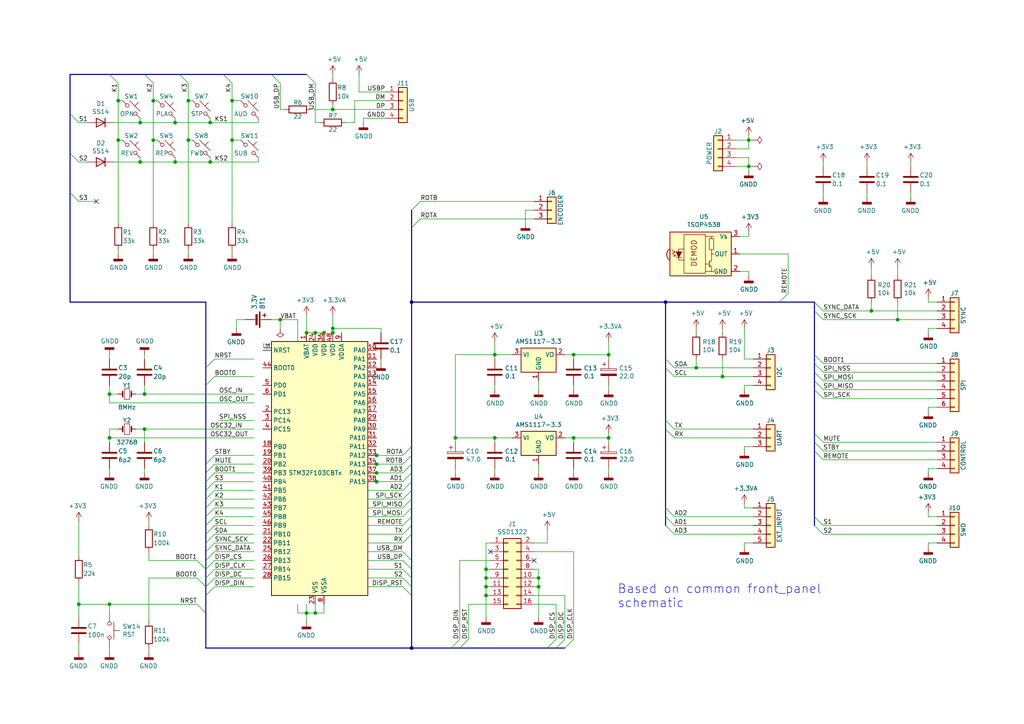
<source format=kicad_sch>
(kicad_sch (version 20230121) (generator eeschema)
  (paper "A4")
  (junction (at 41.91 114.3))
  (junction (at 50.8 35.56))
  (junction (at 140.97 172.72))
  (junction (at 109.22 134.62))
  (junction (at 109.22 137.16))
  (junction (at 40.64 35.56))
  (junction (at 140.97 170.18))
  (junction (at 252.73 90.17))
  (junction (at 156.21 170.18))
  (junction (at 88.9 96.52))
  (junction (at 166.37 127))
  (junction (at 60.96 35.56))
  (junction (at 60.96 46.99))
  (junction (at 40.64 46.99))
  (junction (at 44.45 40.64))
  (junction (at 31.75 114.3))
  (junction (at 201.93 106.68))
  (junction (at 119.38 87.63))
  (junction (at 54.61 40.64))
  (junction (at 54.61 29.21))
  (junction (at 44.45 29.21))
  (junction (at 156.21 167.64))
  (junction (at 260.35 92.71))
  (junction (at 166.37 102.87))
  (junction (at 34.29 40.64))
  (junction (at 209.55 109.22))
  (junction (at 31.75 175.26))
  (junction (at 143.51 102.87))
  (junction (at 217.17 40.64))
  (junction (at 140.97 165.1))
  (junction (at 96.52 95.25))
  (junction (at 50.8 46.99))
  (junction (at 217.17 48.26))
  (junction (at 109.22 132.08))
  (junction (at 81.28 92.71))
  (junction (at 96.52 96.52))
  (junction (at 41.91 124.46))
  (junction (at 91.44 177.8))
  (junction (at 91.44 96.52))
  (junction (at 140.97 167.64))
  (junction (at 176.53 102.87))
  (junction (at 22.86 175.26))
  (junction (at 67.31 40.64))
  (junction (at 31.75 127))
  (junction (at 193.04 87.63))
  (junction (at 143.51 127))
  (junction (at 93.98 96.52))
  (junction (at 176.53 127))
  (junction (at 132.08 127))
  (junction (at 88.9 177.8))
  (junction (at 96.52 31.75))
  (junction (at 109.22 139.7))
  (junction (at 34.29 29.21))
  (junction (at 119.38 187.96))
  (junction (at 67.31 29.21))
  (no_connect (at 142.24 160.02))
  (no_connect (at 154.94 162.56))
  (no_connect (at 27.94 58.42))
  (bus_entry (at 59.69 157.48) (size 2.54 -2.54))
  (bus_entry (at 62.23 147.32) (size -2.54 2.54))
  (bus_entry (at 158.75 187.96) (size 2.54 -2.54))
  (bus_entry (at 163.83 187.96) (size 2.54 -2.54))
  (bus_entry (at 193.04 124.46) (size 2.54 2.54))
  (bus_entry (at 116.84 134.62) (size 2.54 -2.54))
  (bus_entry (at 62.23 149.86) (size -2.54 2.54))
  (bus_entry (at 116.84 137.16) (size 2.54 -2.54))
  (bus_entry (at 116.84 142.24) (size 2.54 -2.54))
  (bus_entry (at 116.84 170.18) (size 2.54 2.54))
  (bus_entry (at 130.81 187.96) (size 2.54 -2.54))
  (bus_entry (at 59.69 137.16) (size 2.54 -2.54))
  (bus_entry (at 193.04 149.86) (size 2.54 2.54))
  (bus_entry (at 116.84 147.32) (size 2.54 -2.54))
  (bus_entry (at 116.84 139.7) (size 2.54 -2.54))
  (bus_entry (at 62.23 139.7) (size -2.54 2.54))
  (bus_entry (at 64.77 21.59) (size 2.54 2.54))
  (bus_entry (at 20.32 55.88) (size 2.54 2.54))
  (bus_entry (at 20.32 33.02) (size 2.54 2.54))
  (bus_entry (at 236.22 87.63) (size 2.54 2.54))
  (bus_entry (at 62.23 142.24) (size -2.54 2.54))
  (bus_entry (at 116.84 165.1) (size 2.54 2.54))
  (bus_entry (at 193.04 147.32) (size 2.54 2.54))
  (bus_entry (at 236.22 128.27) (size 2.54 2.54))
  (bus_entry (at 57.15 162.56) (size 2.54 2.54))
  (bus_entry (at 116.84 149.86) (size 2.54 -2.54))
  (bus_entry (at 116.84 132.08) (size 2.54 -2.54))
  (bus_entry (at 41.91 21.59) (size 2.54 2.54))
  (bus_entry (at 193.04 121.92) (size 2.54 2.54))
  (bus_entry (at 62.23 137.16) (size -2.54 2.54))
  (bus_entry (at 236.22 102.87) (size 2.54 2.54))
  (bus_entry (at 57.15 167.64) (size 2.54 2.54))
  (bus_entry (at 236.22 152.4) (size 2.54 2.54))
  (bus_entry (at 236.22 110.49) (size 2.54 2.54))
  (bus_entry (at 59.69 160.02) (size 2.54 -2.54))
  (bus_entry (at 62.23 104.14) (size -2.54 2.54))
  (bus_entry (at 193.04 152.4) (size 2.54 2.54))
  (bus_entry (at 57.15 175.26) (size 2.54 2.54))
  (bus_entry (at 62.23 109.22) (size -2.54 2.54))
  (bus_entry (at 236.22 105.41) (size 2.54 2.54))
  (bus_entry (at 88.9 21.59) (size 2.54 2.54))
  (bus_entry (at 119.38 60.96) (size 2.54 -2.54))
  (bus_entry (at 20.32 44.45) (size 2.54 2.54))
  (bus_entry (at 59.69 162.56) (size 2.54 -2.54))
  (bus_entry (at 59.69 172.72) (size 2.54 -2.54))
  (bus_entry (at 116.84 160.02) (size 2.54 2.54))
  (bus_entry (at 193.04 106.68) (size 2.54 2.54))
  (bus_entry (at 59.69 165.1) (size 2.54 -2.54))
  (bus_entry (at 236.22 125.73) (size 2.54 2.54))
  (bus_entry (at 226.06 87.63) (size 2.54 -2.54))
  (bus_entry (at 116.84 154.94) (size 2.54 -2.54))
  (bus_entry (at 31.75 21.59) (size 2.54 2.54))
  (bus_entry (at 119.38 66.04) (size 2.54 -2.54))
  (bus_entry (at 116.84 144.78) (size 2.54 -2.54))
  (bus_entry (at 236.22 130.81) (size 2.54 2.54))
  (bus_entry (at 62.23 144.78) (size -2.54 2.54))
  (bus_entry (at 59.69 167.64) (size 2.54 -2.54))
  (bus_entry (at 116.84 162.56) (size 2.54 2.54))
  (bus_entry (at 236.22 149.86) (size 2.54 2.54))
  (bus_entry (at 236.22 90.17) (size 2.54 2.54))
  (bus_entry (at 59.69 134.62) (size 2.54 -2.54))
  (bus_entry (at 59.69 154.94) (size 2.54 -2.54))
  (bus_entry (at 133.35 187.96) (size 2.54 -2.54))
  (bus_entry (at 59.69 170.18) (size 2.54 -2.54))
  (bus_entry (at 78.74 21.59) (size 2.54 2.54))
  (bus_entry (at 236.22 107.95) (size 2.54 2.54))
  (bus_entry (at 236.22 113.03) (size 2.54 2.54))
  (bus_entry (at 193.04 104.14) (size 2.54 2.54))
  (bus_entry (at 116.84 157.48) (size 2.54 -2.54))
  (bus_entry (at 52.07 21.59) (size 2.54 2.54))
  (bus_entry (at 116.84 167.64) (size 2.54 2.54))
  (bus_entry (at 116.84 152.4) (size 2.54 -2.54))
  (bus_entry (at 161.29 187.96) (size 2.54 -2.54))
  (wire (pts (xy 73.66 109.22) (xy 62.23 109.22)))
  (wire (pts (xy 143.51 135.89) (xy 143.51 137.16)))
  (wire (pts (xy 34.29 40.64) (xy 34.29 64.77)))
  (bus (pts (xy 59.69 170.18) (xy 59.69 172.72)))
  (bus (pts (xy 193.04 87.63) (xy 226.06 87.63)))
  (wire (pts (xy 116.84 132.08) (xy 109.22 132.08)))
  (bus (pts (xy 59.69 187.96) (xy 119.38 187.96)))
  (wire (pts (xy 132.08 127) (xy 132.08 128.27)))
  (bus (pts (xy 236.22 105.41) (xy 236.22 107.95)))
  (wire (pts (xy 60.96 46.99) (xy 74.93 46.99)))
  (wire (pts (xy 166.37 111.76) (xy 166.37 113.03)))
  (wire (pts (xy 31.75 116.84) (xy 31.75 114.3)))
  (wire (pts (xy 41.91 102.87) (xy 41.91 104.14)))
  (wire (pts (xy 54.61 72.39) (xy 54.61 73.66)))
  (wire (pts (xy 156.21 134.62) (xy 156.21 137.16)))
  (bus (pts (xy 119.38 134.62) (xy 119.38 137.16)))
  (wire (pts (xy 40.64 45.72) (xy 40.64 46.99)))
  (wire (pts (xy 22.86 58.42) (xy 27.94 58.42)))
  (wire (pts (xy 143.51 127) (xy 132.08 127)))
  (bus (pts (xy 236.22 87.63) (xy 236.22 90.17)))
  (bus (pts (xy 59.69 160.02) (xy 59.69 162.56)))
  (wire (pts (xy 44.45 24.13) (xy 44.45 29.21)))
  (wire (pts (xy 154.94 175.26) (xy 161.29 175.26)))
  (bus (pts (xy 119.38 139.7) (xy 119.38 142.24)))
  (wire (pts (xy 195.58 106.68) (xy 201.93 106.68)))
  (wire (pts (xy 22.86 168.91) (xy 22.86 175.26)))
  (wire (pts (xy 264.16 46.99) (xy 264.16 48.26)))
  (wire (pts (xy 57.15 167.64) (xy 43.18 167.64)))
  (wire (pts (xy 55.88 29.21) (xy 54.61 29.21)))
  (wire (pts (xy 238.76 92.71) (xy 260.35 92.71)))
  (wire (pts (xy 86.36 177.8) (xy 86.36 175.26)))
  (wire (pts (xy 238.76 46.99) (xy 238.76 48.26)))
  (wire (pts (xy 217.17 48.26) (xy 217.17 49.53)))
  (wire (pts (xy 35.56 40.64) (xy 34.29 40.64)))
  (wire (pts (xy 217.17 43.18) (xy 217.17 40.64)))
  (wire (pts (xy 209.55 104.14) (xy 209.55 109.22)))
  (wire (pts (xy 132.08 127) (xy 132.08 102.87)))
  (wire (pts (xy 78.74 92.71) (xy 81.28 92.71)))
  (wire (pts (xy 88.9 96.52) (xy 88.9 99.06)))
  (bus (pts (xy 119.38 87.63) (xy 193.04 87.63)))
  (wire (pts (xy 96.52 91.44) (xy 96.52 95.25)))
  (bus (pts (xy 119.38 152.4) (xy 119.38 154.94)))
  (wire (pts (xy 166.37 127) (xy 176.53 127)))
  (wire (pts (xy 271.78 135.89) (xy 269.24 135.89)))
  (wire (pts (xy 81.28 24.13) (xy 81.28 31.75)))
  (wire (pts (xy 176.53 135.89) (xy 176.53 137.16)))
  (wire (pts (xy 44.45 29.21) (xy 44.45 40.64)))
  (wire (pts (xy 73.66 149.86) (xy 62.23 149.86)))
  (wire (pts (xy 217.17 78.74) (xy 214.63 78.74)))
  (wire (pts (xy 154.94 167.64) (xy 156.21 167.64)))
  (wire (pts (xy 45.72 29.21) (xy 44.45 29.21)))
  (wire (pts (xy 140.97 170.18) (xy 140.97 167.64)))
  (wire (pts (xy 105.41 34.29) (xy 105.41 35.56)))
  (wire (pts (xy 121.92 63.5) (xy 154.94 63.5)))
  (wire (pts (xy 238.76 110.49) (xy 271.78 110.49)))
  (wire (pts (xy 88.9 177.8) (xy 86.36 177.8)))
  (bus (pts (xy 119.38 87.63) (xy 119.38 129.54)))
  (wire (pts (xy 163.83 127) (xy 166.37 127)))
  (wire (pts (xy 102.87 35.56) (xy 102.87 29.21)))
  (bus (pts (xy 59.69 111.76) (xy 59.69 134.62)))
  (bus (pts (xy 59.69 167.64) (xy 59.69 170.18)))
  (wire (pts (xy 111.76 26.67) (xy 104.14 26.67)))
  (bus (pts (xy 236.22 107.95) (xy 236.22 110.49)))
  (bus (pts (xy 59.69 147.32) (xy 59.69 149.86)))
  (wire (pts (xy 73.66 157.48) (xy 62.23 157.48)))
  (wire (pts (xy 73.66 137.16) (xy 62.23 137.16)))
  (wire (pts (xy 264.16 57.15) (xy 264.16 55.88)))
  (wire (pts (xy 217.17 40.64) (xy 218.44 40.64)))
  (wire (pts (xy 86.36 99.06) (xy 86.36 92.71)))
  (wire (pts (xy 22.86 175.26) (xy 31.75 175.26)))
  (bus (pts (xy 193.04 87.63) (xy 193.04 104.14)))
  (wire (pts (xy 116.84 170.18) (xy 106.68 170.18)))
  (bus (pts (xy 119.38 187.96) (xy 130.81 187.96)))
  (wire (pts (xy 176.53 99.06) (xy 176.53 102.87)))
  (wire (pts (xy 44.45 40.64) (xy 44.45 64.77)))
  (wire (pts (xy 96.52 95.25) (xy 96.52 96.52)))
  (wire (pts (xy 176.53 125.73) (xy 176.53 127)))
  (wire (pts (xy 215.9 129.54) (xy 215.9 130.81)))
  (wire (pts (xy 60.96 35.56) (xy 74.93 35.56)))
  (wire (pts (xy 195.58 127) (xy 218.44 127)))
  (wire (pts (xy 34.29 124.46) (xy 31.75 124.46)))
  (wire (pts (xy 218.44 157.48) (xy 215.9 157.48)))
  (wire (pts (xy 41.91 128.27) (xy 41.91 124.46)))
  (wire (pts (xy 41.91 114.3) (xy 41.91 111.76)))
  (wire (pts (xy 67.31 40.64) (xy 67.31 64.77)))
  (wire (pts (xy 31.75 116.84) (xy 73.66 116.84)))
  (wire (pts (xy 215.9 147.32) (xy 215.9 146.05)))
  (wire (pts (xy 271.78 113.03) (xy 238.76 113.03)))
  (wire (pts (xy 67.31 29.21) (xy 67.31 24.13)))
  (wire (pts (xy 57.15 175.26) (xy 31.75 175.26)))
  (wire (pts (xy 140.97 172.72) (xy 140.97 170.18)))
  (wire (pts (xy 133.35 162.56) (xy 142.24 162.56)))
  (bus (pts (xy 119.38 172.72) (xy 119.38 187.96)))
  (bus (pts (xy 52.07 21.59) (xy 64.77 21.59)))
  (wire (pts (xy 116.84 154.94) (xy 106.68 154.94)))
  (wire (pts (xy 116.84 162.56) (xy 106.68 162.56)))
  (wire (pts (xy 73.66 165.1) (xy 62.23 165.1)))
  (wire (pts (xy 271.78 130.81) (xy 238.76 130.81)))
  (bus (pts (xy 193.04 124.46) (xy 193.04 147.32)))
  (bus (pts (xy 193.04 106.68) (xy 193.04 121.92)))
  (wire (pts (xy 142.24 167.64) (xy 140.97 167.64)))
  (wire (pts (xy 35.56 29.21) (xy 34.29 29.21)))
  (wire (pts (xy 106.68 152.4) (xy 116.84 152.4)))
  (wire (pts (xy 269.24 118.11) (xy 269.24 119.38)))
  (wire (pts (xy 252.73 77.47) (xy 252.73 80.01)))
  (bus (pts (xy 20.32 21.59) (xy 20.32 33.02)))
  (wire (pts (xy 176.53 127) (xy 176.53 128.27)))
  (wire (pts (xy 116.84 165.1) (xy 106.68 165.1)))
  (wire (pts (xy 96.52 30.48) (xy 96.52 31.75)))
  (wire (pts (xy 116.84 149.86) (xy 106.68 149.86)))
  (wire (pts (xy 22.86 189.23) (xy 22.86 186.69)))
  (wire (pts (xy 73.66 132.08) (xy 62.23 132.08)))
  (wire (pts (xy 68.58 92.71) (xy 71.12 92.71)))
  (wire (pts (xy 34.29 72.39) (xy 34.29 73.66)))
  (wire (pts (xy 109.22 134.62) (xy 106.68 134.62)))
  (wire (pts (xy 214.63 73.66) (xy 228.6 73.66)))
  (wire (pts (xy 43.18 167.64) (xy 43.18 180.34)))
  (wire (pts (xy 269.24 135.89) (xy 269.24 137.16)))
  (wire (pts (xy 104.14 26.67) (xy 104.14 21.59)))
  (wire (pts (xy 143.51 102.87) (xy 148.59 102.87)))
  (wire (pts (xy 195.58 149.86) (xy 218.44 149.86)))
  (bus (pts (xy 119.38 137.16) (xy 119.38 139.7)))
  (wire (pts (xy 140.97 179.07) (xy 140.97 172.72)))
  (wire (pts (xy 93.98 175.26) (xy 93.98 177.8)))
  (wire (pts (xy 154.94 170.18) (xy 156.21 170.18)))
  (wire (pts (xy 31.75 127) (xy 73.66 127)))
  (wire (pts (xy 269.24 87.63) (xy 269.24 86.36)))
  (wire (pts (xy 238.76 57.15) (xy 238.76 55.88)))
  (wire (pts (xy 271.78 157.48) (xy 269.24 157.48)))
  (wire (pts (xy 50.8 34.29) (xy 50.8 35.56)))
  (wire (pts (xy 96.52 21.59) (xy 96.52 22.86)))
  (wire (pts (xy 67.31 40.64) (xy 67.31 29.21)))
  (bus (pts (xy 119.38 132.08) (xy 119.38 134.62)))
  (bus (pts (xy 119.38 60.96) (xy 119.38 66.04)))
  (wire (pts (xy 91.44 175.26) (xy 91.44 177.8)))
  (bus (pts (xy 226.06 87.63) (xy 236.22 87.63)))
  (wire (pts (xy 88.9 91.44) (xy 88.9 96.52)))
  (wire (pts (xy 271.78 152.4) (xy 238.76 152.4)))
  (bus (pts (xy 64.77 21.59) (xy 78.74 21.59)))
  (wire (pts (xy 67.31 73.66) (xy 67.31 72.39)))
  (wire (pts (xy 251.46 57.15) (xy 251.46 55.88)))
  (wire (pts (xy 31.75 189.23) (xy 31.75 187.96)))
  (bus (pts (xy 130.81 187.96) (xy 133.35 187.96)))
  (wire (pts (xy 91.44 177.8) (xy 88.9 177.8)))
  (wire (pts (xy 215.9 104.14) (xy 215.9 95.25)))
  (bus (pts (xy 59.69 165.1) (xy 59.69 167.64)))
  (bus (pts (xy 133.35 187.96) (xy 158.75 187.96)))
  (wire (pts (xy 54.61 29.21) (xy 54.61 24.13)))
  (wire (pts (xy 271.78 133.35) (xy 238.76 133.35)))
  (wire (pts (xy 156.21 170.18) (xy 156.21 179.07)))
  (wire (pts (xy 106.68 142.24) (xy 116.84 142.24)))
  (bus (pts (xy 59.69 172.72) (xy 59.69 177.8)))
  (wire (pts (xy 213.36 48.26) (xy 217.17 48.26)))
  (wire (pts (xy 238.76 107.95) (xy 271.78 107.95)))
  (bus (pts (xy 119.38 144.78) (xy 119.38 147.32)))
  (wire (pts (xy 22.86 151.13) (xy 22.86 161.29)))
  (wire (pts (xy 39.37 124.46) (xy 41.91 124.46)))
  (wire (pts (xy 252.73 87.63) (xy 252.73 90.17)))
  (wire (pts (xy 166.37 160.02) (xy 166.37 185.42)))
  (wire (pts (xy 73.66 152.4) (xy 62.23 152.4)))
  (wire (pts (xy 201.93 95.25) (xy 201.93 96.52)))
  (wire (pts (xy 121.92 58.42) (xy 154.94 58.42)))
  (bus (pts (xy 119.38 129.54) (xy 119.38 132.08)))
  (wire (pts (xy 260.35 92.71) (xy 271.78 92.71)))
  (wire (pts (xy 22.86 179.07) (xy 22.86 175.26)))
  (bus (pts (xy 20.32 21.59) (xy 31.75 21.59)))
  (wire (pts (xy 73.66 139.7) (xy 62.23 139.7)))
  (wire (pts (xy 166.37 135.89) (xy 166.37 137.16)))
  (wire (pts (xy 74.93 34.29) (xy 74.93 35.56)))
  (bus (pts (xy 119.38 170.18) (xy 119.38 172.72)))
  (wire (pts (xy 25.4 35.56) (xy 22.86 35.56)))
  (wire (pts (xy 132.08 102.87) (xy 143.51 102.87)))
  (bus (pts (xy 59.69 137.16) (xy 59.69 139.7)))
  (bus (pts (xy 236.22 102.87) (xy 236.22 105.41)))
  (wire (pts (xy 143.51 99.06) (xy 143.51 102.87)))
  (wire (pts (xy 93.98 96.52) (xy 91.44 96.52)))
  (wire (pts (xy 228.6 73.66) (xy 228.6 85.09)))
  (wire (pts (xy 156.21 167.64) (xy 156.21 170.18)))
  (wire (pts (xy 106.68 137.16) (xy 109.22 137.16)))
  (wire (pts (xy 271.78 149.86) (xy 269.24 149.86)))
  (wire (pts (xy 91.44 24.13) (xy 91.44 35.56)))
  (wire (pts (xy 106.68 139.7) (xy 109.22 139.7)))
  (wire (pts (xy 110.49 95.25) (xy 96.52 95.25)))
  (bus (pts (xy 161.29 187.96) (xy 163.83 187.96)))
  (wire (pts (xy 63.5 121.92) (xy 73.66 121.92)))
  (wire (pts (xy 73.66 134.62) (xy 62.23 134.62)))
  (wire (pts (xy 218.44 129.54) (xy 215.9 129.54)))
  (wire (pts (xy 116.84 160.02) (xy 106.68 160.02)))
  (bus (pts (xy 59.69 87.63) (xy 20.32 87.63)))
  (bus (pts (xy 236.22 113.03) (xy 236.22 125.73)))
  (wire (pts (xy 90.17 31.75) (xy 96.52 31.75)))
  (bus (pts (xy 193.04 121.92) (xy 193.04 124.46)))
  (bus (pts (xy 236.22 125.73) (xy 236.22 128.27)))
  (bus (pts (xy 193.04 104.14) (xy 193.04 106.68)))
  (wire (pts (xy 166.37 104.14) (xy 166.37 102.87)))
  (wire (pts (xy 215.9 157.48) (xy 215.9 158.75)))
  (wire (pts (xy 201.93 104.14) (xy 201.93 106.68)))
  (bus (pts (xy 20.32 55.88) (xy 20.32 87.63)))
  (wire (pts (xy 209.55 109.22) (xy 218.44 109.22)))
  (wire (pts (xy 109.22 132.08) (xy 106.68 132.08)))
  (wire (pts (xy 143.51 128.27) (xy 143.51 127)))
  (wire (pts (xy 43.18 189.23) (xy 43.18 187.96)))
  (wire (pts (xy 217.17 45.72) (xy 217.17 48.26)))
  (wire (pts (xy 68.58 95.25) (xy 68.58 92.71)))
  (wire (pts (xy 33.02 46.99) (xy 40.64 46.99)))
  (bus (pts (xy 59.69 162.56) (xy 59.69 165.1)))
  (wire (pts (xy 31.75 124.46) (xy 31.75 127)))
  (wire (pts (xy 31.75 127) (xy 31.75 128.27)))
  (wire (pts (xy 260.35 77.47) (xy 260.35 80.01)))
  (bus (pts (xy 59.69 106.68) (xy 59.69 111.76)))
  (wire (pts (xy 135.89 175.26) (xy 135.89 185.42)))
  (wire (pts (xy 73.66 104.14) (xy 62.23 104.14)))
  (wire (pts (xy 140.97 165.1) (xy 140.97 157.48)))
  (wire (pts (xy 156.21 110.49) (xy 156.21 113.03)))
  (wire (pts (xy 40.64 34.29) (xy 40.64 35.56)))
  (wire (pts (xy 116.84 147.32) (xy 106.68 147.32)))
  (wire (pts (xy 154.94 60.96) (xy 152.4 60.96)))
  (wire (pts (xy 116.84 167.64) (xy 106.68 167.64)))
  (wire (pts (xy 96.52 96.52) (xy 96.52 99.06)))
  (bus (pts (xy 59.69 144.78) (xy 59.69 147.32)))
  (wire (pts (xy 111.76 34.29) (xy 105.41 34.29)))
  (wire (pts (xy 57.15 162.56) (xy 43.18 162.56)))
  (wire (pts (xy 156.21 165.1) (xy 156.21 167.64)))
  (bus (pts (xy 59.69 157.48) (xy 59.69 160.02)))
  (bus (pts (xy 119.38 162.56) (xy 119.38 165.1)))
  (wire (pts (xy 158.75 157.48) (xy 158.75 153.67)))
  (bus (pts (xy 119.38 165.1) (xy 119.38 167.64)))
  (wire (pts (xy 109.22 137.16) (xy 116.84 137.16)))
  (wire (pts (xy 154.94 165.1) (xy 156.21 165.1)))
  (wire (pts (xy 161.29 175.26) (xy 161.29 185.42)))
  (wire (pts (xy 73.66 144.78) (xy 62.23 144.78)))
  (wire (pts (xy 109.22 139.7) (xy 116.84 139.7)))
  (wire (pts (xy 92.71 35.56) (xy 91.44 35.56)))
  (wire (pts (xy 251.46 46.99) (xy 251.46 48.26)))
  (wire (pts (xy 271.78 105.41) (xy 238.76 105.41)))
  (wire (pts (xy 154.94 172.72) (xy 163.83 172.72)))
  (wire (pts (xy 154.94 157.48) (xy 158.75 157.48)))
  (bus (pts (xy 236.22 110.49) (xy 236.22 113.03)))
  (bus (pts (xy 119.38 66.04) (xy 119.38 87.63)))
  (bus (pts (xy 59.69 177.8) (xy 59.69 187.96)))
  (wire (pts (xy 67.31 40.64) (xy 69.85 40.64)))
  (wire (pts (xy 238.76 90.17) (xy 252.73 90.17)))
  (wire (pts (xy 88.9 180.34) (xy 88.9 177.8)))
  (wire (pts (xy 110.49 105.41) (xy 110.49 104.14)))
  (wire (pts (xy 88.9 175.26) (xy 88.9 177.8)))
  (wire (pts (xy 55.88 40.64) (xy 54.61 40.64)))
  (bus (pts (xy 119.38 154.94) (xy 119.38 162.56)))
  (bus (pts (xy 59.69 87.63) (xy 59.69 106.68)))
  (bus (pts (xy 193.04 147.32) (xy 193.04 149.86)))
  (bus (pts (xy 41.91 21.59) (xy 52.07 21.59)))
  (wire (pts (xy 54.61 40.64) (xy 54.61 29.21)))
  (bus (pts (xy 158.75 187.96) (xy 161.29 187.96)))
  (wire (pts (xy 31.75 114.3) (xy 31.75 111.76)))
  (wire (pts (xy 45.72 40.64) (xy 44.45 40.64)))
  (wire (pts (xy 34.29 29.21) (xy 34.29 40.64)))
  (wire (pts (xy 54.61 40.64) (xy 54.61 64.77)))
  (wire (pts (xy 271.78 95.25) (xy 269.24 95.25)))
  (wire (pts (xy 62.23 147.32) (xy 73.66 147.32)))
  (wire (pts (xy 60.96 34.29) (xy 60.96 35.56)))
  (bus (pts (xy 119.38 167.64) (xy 119.38 170.18)))
  (wire (pts (xy 39.37 114.3) (xy 41.91 114.3)))
  (wire (pts (xy 260.35 87.63) (xy 260.35 92.71)))
  (wire (pts (xy 195.58 109.22) (xy 209.55 109.22)))
  (wire (pts (xy 218.44 104.14) (xy 215.9 104.14)))
  (bus (pts (xy 119.38 142.24) (xy 119.38 144.78)))
  (wire (pts (xy 143.51 102.87) (xy 143.51 104.14)))
  (wire (pts (xy 34.29 24.13) (xy 34.29 29.21)))
  (wire (pts (xy 102.87 29.21) (xy 111.76 29.21)))
  (wire (pts (xy 50.8 46.99) (xy 60.96 46.99)))
  (wire (pts (xy 142.24 165.1) (xy 140.97 165.1)))
  (wire (pts (xy 271.78 115.57) (xy 238.76 115.57)))
  (wire (pts (xy 81.28 95.25) (xy 81.28 92.71)))
  (bus (pts (xy 119.38 149.86) (xy 119.38 152.4)))
  (wire (pts (xy 133.35 162.56) (xy 133.35 185.42)))
  (bus (pts (xy 20.32 44.45) (xy 20.32 55.88)))
  (wire (pts (xy 269.24 95.25) (xy 269.24 96.52)))
  (bus (pts (xy 236.22 90.17) (xy 236.22 102.87)))
  (wire (pts (xy 140.97 167.64) (xy 140.97 165.1)))
  (bus (pts (xy 236.22 130.81) (xy 236.22 149.86)))
  (wire (pts (xy 74.93 45.72) (xy 74.93 46.99)))
  (wire (pts (xy 93.98 177.8) (xy 91.44 177.8)))
  (bus (pts (xy 236.22 128.27) (xy 236.22 130.81)))
  (wire (pts (xy 142.24 157.48) (xy 140.97 157.48)))
  (wire (pts (xy 217.17 68.58) (xy 217.17 67.31)))
  (wire (pts (xy 43.18 151.13) (xy 43.18 152.4)))
  (wire (pts (xy 81.28 92.71) (xy 86.36 92.71)))
  (wire (pts (xy 195.58 124.46) (xy 218.44 124.46)))
  (wire (pts (xy 176.53 111.76) (xy 176.53 113.03)))
  (wire (pts (xy 116.84 157.48) (xy 106.68 157.48)))
  (wire (pts (xy 67.31 29.21) (xy 69.85 29.21)))
  (wire (pts (xy 195.58 154.94) (xy 218.44 154.94)))
  (wire (pts (xy 116.84 134.62) (xy 109.22 134.62)))
  (bus (pts (xy 78.74 21.59) (xy 88.9 21.59)))
  (wire (pts (xy 40.64 46.99) (xy 50.8 46.99)))
  (wire (pts (xy 31.75 135.89) (xy 31.75 137.16)))
  (wire (pts (xy 73.66 154.94) (xy 62.23 154.94)))
  (bus (pts (xy 59.69 152.4) (xy 59.69 154.94)))
  (wire (pts (xy 143.51 127) (xy 148.59 127)))
  (wire (pts (xy 96.52 31.75) (xy 111.76 31.75)))
  (wire (pts (xy 40.64 35.56) (xy 50.8 35.56)))
  (wire (pts (xy 22.86 46.99) (xy 25.4 46.99)))
  (bus (pts (xy 59.69 149.86) (xy 59.69 152.4)))
  (wire (pts (xy 195.58 152.4) (xy 218.44 152.4)))
  (bus (pts (xy 193.04 149.86) (xy 193.04 152.4)))
  (wire (pts (xy 50.8 45.72) (xy 50.8 46.99)))
  (wire (pts (xy 44.45 72.39) (xy 44.45 73.66)))
  (wire (pts (xy 91.44 96.52) (xy 88.9 96.52)))
  (wire (pts (xy 213.36 40.64) (xy 217.17 40.64)))
  (bus (pts (xy 236.22 149.86) (xy 236.22 152.4)))
  (wire (pts (xy 271.78 87.63) (xy 269.24 87.63)))
  (wire (pts (xy 33.02 35.56) (xy 40.64 35.56)))
  (bus (pts (xy 119.38 147.32) (xy 119.38 149.86)))
  (wire (pts (xy 73.66 167.64) (xy 62.23 167.64)))
  (wire (pts (xy 43.18 162.56) (xy 43.18 160.02)))
  (wire (pts (xy 218.44 111.76) (xy 215.9 111.76)))
  (bus (pts (xy 20.32 33.02) (xy 20.32 44.45)))
  (wire (pts (xy 142.24 170.18) (xy 140.97 170.18)))
  (wire (pts (xy 215.9 111.76) (xy 215.9 113.03)))
  (wire (pts (xy 41.91 124.46) (xy 73.66 124.46)))
  (bus (pts (xy 59.69 154.94) (xy 59.69 157.48)))
  (wire (pts (xy 142.24 172.72) (xy 140.97 172.72)))
  (wire (pts (xy 217.17 80.01) (xy 217.17 78.74)))
  (wire (pts (xy 143.51 113.03) (xy 143.51 111.76)))
  (wire (pts (xy 213.36 43.18) (xy 217.17 43.18)))
  (wire (pts (xy 214.63 68.58) (xy 217.17 68.58)))
  (wire (pts (xy 271.78 128.27) (xy 238.76 128.27)))
  (wire (pts (xy 116.84 144.78) (xy 106.68 144.78)))
  (wire (pts (xy 252.73 90.17) (xy 271.78 90.17)))
  (wire (pts (xy 269.24 157.48) (xy 269.24 158.75)))
  (wire (pts (xy 176.53 102.87) (xy 176.53 104.14)))
  (wire (pts (xy 201.93 106.68) (xy 218.44 106.68)))
  (bus (pts (xy 31.75 21.59) (xy 41.91 21.59)))
  (wire (pts (xy 41.91 114.3) (xy 73.66 114.3)))
  (wire (pts (xy 217.17 40.64) (xy 217.17 39.37)))
  (wire (pts (xy 100.33 35.56) (xy 102.87 35.56)))
  (wire (pts (xy 166.37 102.87) (xy 176.53 102.87)))
  (wire (pts (xy 73.66 162.56) (xy 62.23 162.56)))
  (bus (pts (xy 59.69 139.7) (xy 59.69 142.24)))
  (wire (pts (xy 271.78 154.94) (xy 238.76 154.94)))
  (wire (pts (xy 91.44 99.06) (xy 91.44 96.52)))
  (wire (pts (xy 50.8 35.56) (xy 60.96 35.56)))
  (wire (pts (xy 73.66 170.18) (xy 62.23 170.18)))
  (wire (pts (xy 62.23 142.24) (xy 73.66 142.24)))
  (wire (pts (xy 154.94 160.02) (xy 166.37 160.02)))
  (wire (pts (xy 34.29 114.3) (xy 31.75 114.3)))
  (wire (pts (xy 82.55 31.75) (xy 81.28 31.75)))
  (bus (pts (xy 59.69 142.24) (xy 59.69 144.78)))
  (wire (pts (xy 269.24 149.86) (xy 269.24 148.59)))
  (wire (pts (xy 152.4 60.96) (xy 152.4 64.77)))
  (wire (pts (xy 110.49 96.52) (xy 110.49 95.25)))
  (wire (pts (xy 163.83 172.72) (xy 163.83 185.42)))
  (wire (pts (xy 271.78 118.11) (xy 269.24 118.11)))
  (wire (pts (xy 213.36 45.72) (xy 217.17 45.72)))
  (wire (pts (xy 218.44 147.32) (xy 215.9 147.32)))
  (bus (pts (xy 59.69 134.62) (xy 59.69 137.16)))
  (wire (pts (xy 31.75 102.87) (xy 31.75 104.14)))
  (wire (pts (xy 166.37 128.27) (xy 166.37 127)))
  (wire (pts (xy 60.96 45.72) (xy 60.96 46.99)))
  (wire (pts (xy 132.08 135.89) (xy 132.08 137.16)))
  (wire (pts (xy 93.98 99.06) (xy 93.98 96.52)))
  (wire (pts (xy 163.83 102.87) (xy 166.37 102.87)))
  (wire (pts (xy 217.17 48.26) (xy 218.44 48.26)))
  (wire (pts (xy 209.55 95.25) (xy 209.55 96.52)))
  (wire (pts (xy 31.75 177.8) (xy 31.75 175.26)))
  (wire (pts (xy 73.66 160.02) (xy 62.23 160.02)))
  (wire (pts (xy 41.91 137.16) (xy 41.91 135.89)))
  (wire (pts (xy 135.89 175.26) (xy 142.24 175.26)))
  (text "Based on common front_panel\nschematic" (at 179.07 176.53 0) (effects (font (size 2.54 2.54)) (justify left bottom)))
  (label "SPI_MOSI" (at 116.84 149.86 180))
  (label "K3" (at 62.23 147.32 0))
  (label "BOOT0" (at 57.15 167.64 180))
  (label "SYNC_DATA" (at 62.23 160.02 0))
  (label "S1" (at 238.76 152.4 0))
  (label "ROTA" (at 121.92 63.5 0))
  (label "S1" (at 22.86 35.56 0))
  (label "STBY" (at 238.76 130.81 0))
  (label "SPI_SCK" (at 238.76 115.57 0))
  (label "USB_DM" (at 91.44 24.13 270))
  (label "SDA" (at 195.58 106.68 0))
  (label "DISP_RST" (at 135.89 185.42 90))
  (label "SYNC_SCK" (at 238.76 92.71 0))
  (label "USBP" (at 111.76 26.67 180))
  (label "KS1" (at 62.23 35.56 0))
  (label "BOOT1" (at 57.15 162.56 180))
  (label "AD3" (at 195.58 154.94 0))
  (label "S1" (at 116.84 165.1 180))
  (label "USB_DM" (at 116.84 160.02 180))
  (label "DP" (at 111.76 31.75 180))
  (label "DM" (at 111.76 29.21 180))
  (label "AD1" (at 116.84 139.7 180))
  (label "DISP_DIN" (at 62.23 170.18 0))
  (label "DISP_DC" (at 62.23 167.64 0))
  (label "DISP_DC" (at 163.83 185.42 90))
  (label "USB_DP" (at 116.84 162.56 180))
  (label "DISP_CS" (at 161.29 185.42 90))
  (label "REMOTE" (at 238.76 133.35 0))
  (label "DISP_DIN" (at 133.35 185.42 90))
  (label "TX" (at 195.58 124.46 0))
  (label "REMOTE" (at 228.6 85.09 90))
  (label "K3" (at 54.61 24.13 270))
  (label "OSC32_OUT" (at 60.96 127 0))
  (label "USB_DP" (at 81.28 24.13 270))
  (label "VBAT" (at 81.28 92.71 0))
  (label "S2" (at 22.86 46.99 0))
  (label "K1" (at 62.23 142.24 0))
  (label "SYNC_SCK" (at 62.23 157.48 0))
  (label "MUTE" (at 238.76 128.27 0))
  (label "DISP_RST" (at 116.84 170.18 180))
  (label "SPI_MISO" (at 116.84 147.32 180))
  (label "NRST" (at 57.15 175.26 180))
  (label "K4" (at 62.23 149.86 0))
  (label "BOOT1" (at 238.76 105.41 0))
  (label "RX" (at 195.58 127 0))
  (label "K2" (at 44.45 24.13 270))
  (label "SPI_MISO" (at 238.76 113.03 0))
  (label "K2" (at 62.23 144.78 0))
  (label "RX" (at 116.84 157.48 180))
  (label "S2" (at 116.84 167.64 180))
  (label "SYNC_DATA" (at 238.76 90.17 0))
  (label "GNDD" (at 111.76 34.29 180))
  (label "K4" (at 67.31 24.13 270))
  (label "SDA" (at 62.23 154.94 0))
  (label "AD1" (at 195.58 152.4 0))
  (label "SPI_NSS" (at 238.76 107.95 0))
  (label "ROTA" (at 116.84 132.08 180))
  (label "DISP_CLK" (at 62.23 165.1 0))
  (label "SPI_NSS" (at 63.5 121.92 0))
  (label "NRST" (at 62.23 104.14 0))
  (label "REMOTE" (at 116.84 152.4 180))
  (label "ROTB" (at 116.84 134.62 180))
  (label "AD3" (at 116.84 137.16 180))
  (label "ROTB" (at 121.92 58.42 0))
  (label "SPI_MOSI" (at 238.76 110.49 0))
  (label "DISP_CLK" (at 166.37 185.42 90))
  (label "S3" (at 22.86 58.42 0))
  (label "DISP_CS" (at 62.23 162.56 0))
  (label "SCL" (at 62.23 152.4 0))
  (label "KS2" (at 62.23 46.99 0))
  (label "OSC32_IN" (at 60.96 124.46 0))
  (label "AD2" (at 195.58 149.86 0))
  (label "MUTE" (at 62.23 134.62 0))
  (label "BOOT1" (at 62.23 137.16 0))
  (label "SPI_SCK" (at 116.84 144.78 180))
  (label "SCL" (at 195.58 109.22 0))
  (label "K1" (at 34.29 24.13 270))
  (label "BOOT0" (at 62.23 109.22 0))
  (label "S3" (at 62.23 139.7 0))
  (label "S2" (at 238.76 154.94 0))
  (label "OSC_IN" (at 63.5 114.3 0))
  (label "STBY" (at 62.23 132.08 0))
  (label "TX" (at 116.84 154.94 180))
  (label "AD2" (at 116.84 142.24 180))
  (label "OSC_OUT" (at 63.5 116.84 0))
  (symbol (lib_id "Switch:SW_Push_45deg") (at 72.39 31.75 0) (unit 1)
    (property "Reference" "SW10" (at 72.39 27.94 0))
    (property "Value" "AUD" (at 69.85 33.02 0))
    (property "Footprint" "Button_Switch_THT:SW_PUSH_6mm" (effects hide))
  )
  (symbol (lib_id "Switch:SW_Push_45deg") (at 72.39 43.18 0) (unit 1)
    (property "Reference" "SW11" (at 72.39 39.37 0))
    (property "Value" "SUB" (at 69.85 44.45 0))
    (property "Footprint" "Button_Switch_THT:SW_PUSH_6mm" (effects hide))
  )
  (symbol (lib_id "MCU_ST_STM32F1:STM32F103CBTx") (at 91.44 137.16 0) (unit 1)
    (property "Reference" "U1" (at 77.47 100.33 0))
    (property "Value" "STM32F103CBTx" (at 91.44 137.16 0))
    (property "Footprint" "Package_QFP:LQFP-48_7x7mm_P0.5mm" (effects hide))
    (property "Datasheet" "http://www.st.com/st-web-ui/static/active/en/resource/technical/document/datasheet/DM00058181.pdf" (effects hide))
  )
  (symbol (lib_id "power:PWR_FLAG") (at 218.44 40.64 270) (unit 1)
    (property "Reference" "#FLG0101" (effects hide))
    (property "Value" "PWR_FLAG" (effects hide))
  )
  (symbol (lib_id "Device:R") (at 260.35 83.82 0) (unit 1)
    (property "Reference" "R21" (at 262.128 82.6516 0) (effects (justify left)))
    (property "Value" "10k" (at 262.128 84.963 0) (effects (justify left)))
    (property "Footprint" "Resistor_SMD:R_1206_3216Metric_Pad1.30x1.75mm_HandSolder" (effects hide))
  )
  (symbol (lib_id "power:PWR_FLAG") (at 218.44 48.26 270) (unit 1)
    (property "Reference" "#FLG0102" (effects hide))
    (property "Value" "PWR_FLAG" (effects hide))
  )
  (symbol (lib_id "Device:R") (at 252.73 83.82 0) (unit 1)
    (property "Reference" "R20" (at 254.508 82.6516 0) (effects (justify left)))
    (property "Value" "10k" (at 254.508 84.963 0) (effects (justify left)))
    (property "Footprint" "Resistor_SMD:R_1206_3216Metric_Pad1.30x1.75mm_HandSolder" (effects hide))
  )
  (symbol (lib_id "power:+5V") (at 252.73 77.47 0) (unit 1)
    (property "Reference" "#PWR032" (effects hide))
    (property "Value" "+5V" (at 253.111 73.0758 0))
  )
  (symbol (lib_id "power:+5V") (at 260.35 77.47 0) (unit 1)
    (property "Reference" "#PWR033" (effects hide))
    (property "Value" "+5V" (at 260.731 73.0758 0))
  )
  (symbol (lib_id "Interface_Optical:TSOP45xx") (at 204.47 73.66 0) (unit 1)
    (property "Reference" "U5" (at 204.1652 62.865 0))
    (property "Value" "TSOP4538" (at 204.1652 65.1764 0))
    (property "Footprint" "OptoDevice:Vishay_MOLD-3Pin" (effects hide))
    (property "Datasheet" "http://www.vishay.com/docs/82460/tsop45.pdf" (effects hide))
  )
  (symbol (lib_id "power:GNDD") (at 88.9 180.34 0) (mirror y) (unit 1)
    (property "Reference" "#PWR012" (effects hide))
    (property "Value" "GNDD" (at 88.7984 184.277 0))
  )
  (symbol (lib_id "power:+3V3") (at 88.9 91.44 0) (mirror y) (unit 1)
    (property "Reference" "#PWR013" (effects hide))
    (property "Value" "+3V3" (at 88.519 87.0458 0))
  )
  (symbol (lib_id "Device:Crystal_Small") (at 36.83 124.46 0) (unit 1)
    (property "Reference" "Y2" (at 36.83 121.92 0))
    (property "Value" "32768" (at 36.83 128.27 0))
    (property "Footprint" "Crystal:Crystal_C38-LF_D3.0mm_L8.0mm_Vertical" (effects hide))
  )
  (symbol (lib_id "Device:Battery_Cell") (at 73.66 92.71 270) (mirror x) (unit 1)
    (property "Reference" "BT1" (at 76.0984 89.7128 0) (effects (justify left)))
    (property "Value" "3.3V" (at 73.787 89.7128 0) (effects (justify left)))
    (property "Footprint" "h-ms1110:CR1220" (effects hide))
  )
  (symbol (lib_id "Switch:SW_Push_45deg") (at 38.1 43.18 0) (unit 1)
    (property "Reference" "SW2" (at 38.1 39.37 0))
    (property "Value" "REV" (at 36.83 44.45 0))
    (property "Footprint" "Button_Switch_THT:SW_PUSH_6mm" (effects hide))
  )
  (symbol (lib_id "Connector_Generic:Conn_01x04") (at 276.86 152.4 0) (unit 1)
    (property "Reference" "J10" (at 276.86 147.32 0))
    (property "Value" "SWD" (at 279.4 153.67 90))
    (property "Footprint" "Connector_JST:JST_EH_B4B-EH-A_1x04_P2.50mm_Vertical" (effects hide))
  )
  (symbol (lib_id "power:GNDD") (at 269.24 158.75 0) (mirror y) (unit 1)
    (property "Reference" "#PWR0138" (effects hide))
    (property "Value" "GNDD" (at 269.1384 162.687 0))
  )
  (symbol (lib_id "Switch:SW_Push_45deg") (at 38.1 31.75 0) (unit 1)
    (property "Reference" "SW1" (at 38.1 27.94 0))
    (property "Value" "OPN" (at 36.83 33.02 0))
    (property "Footprint" "Button_Switch_THT:SW_PUSH_6mm" (effects hide))
  )
  (symbol (lib_id "Device:R") (at 209.55 100.33 0) (unit 1)
    (property "Reference" "R19" (at 211.328 99.1616 0) (effects (justify left)))
    (property "Value" "10k" (at 211.328 101.473 0) (effects (justify left)))
    (property "Footprint" "Resistor_SMD:R_1206_3216Metric_Pad1.30x1.75mm_HandSolder" (effects hide))
  )
  (symbol (lib_id "Device:R") (at 201.93 100.33 0) (unit 1)
    (property "Reference" "R18" (at 203.708 99.1616 0) (effects (justify left)))
    (property "Value" "10k" (at 203.708 101.473 0) (effects (justify left)))
    (property "Footprint" "Resistor_SMD:R_1206_3216Metric_Pad1.30x1.75mm_HandSolder" (effects hide))
  )
  (symbol (lib_id "power:+5V") (at 201.93 95.25 0) (unit 1)
    (property "Reference" "#PWR03" (effects hide))
    (property "Value" "+5V" (at 202.311 90.8558 0))
  )
  (symbol (lib_id "power:+5V") (at 209.55 95.25 0) (unit 1)
    (property "Reference" "#PWR016" (effects hide))
    (property "Value" "+5V" (at 209.931 90.8558 0))
  )
  (symbol (lib_id "Switch:SW_Push_45deg") (at 48.26 31.75 0) (unit 1)
    (property "Reference" "SW4" (at 48.26 27.94 0))
    (property "Value" "PLA" (at 46.99 33.02 0))
    (property "Footprint" "Button_Switch_THT:SW_PUSH_6mm" (effects hide))
  )
  (symbol (lib_id "Switch:SW_Push_45deg") (at 48.26 43.18 0) (unit 1)
    (property "Reference" "SW5" (at 48.26 39.37 0))
    (property "Value" "REP" (at 46.99 44.45 0))
    (property "Footprint" "Button_Switch_THT:SW_PUSH_6mm" (effects hide))
  )
  (symbol (lib_id "Switch:SW_Push_45deg") (at 58.42 43.18 0) (unit 1)
    (property "Reference" "SW8" (at 58.42 39.37 0))
    (property "Value" "FWD" (at 57.15 44.45 0))
    (property "Footprint" "Button_Switch_THT:SW_PUSH_6mm" (effects hide))
  )
  (symbol (lib_id "Switch:SW_Push_45deg") (at 58.42 31.75 0) (unit 1)
    (property "Reference" "SW7" (at 58.42 27.94 0))
    (property "Value" "STP" (at 57.15 33.02 0))
    (property "Footprint" "Button_Switch_THT:SW_PUSH_6mm" (effects hide))
  )
  (symbol (lib_id "power:PWR_FLAG") (at 81.28 95.25 180) (unit 1)
    (property "Reference" "#FLG0103" (effects hide))
    (property "Value" "PWR_FLAG" (effects hide))
  )
  (symbol (lib_id "Regulator_Linear:AMS1117-3.3") (at 156.21 127 0) (unit 1)
    (property "Reference" "U4" (at 156.21 120.8532 0))
    (property "Value" "AMS1117-3.3" (at 156.21 123.1646 0))
    (property "Footprint" "Package_TO_SOT_SMD:SOT-223-3_TabPin2" (effects hide))
    (property "Datasheet" "http://www.advanced-monolithic.com/pdf/ds1117.pdf" (effects hide))
  )
  (symbol (lib_id "power:+3V3") (at 176.53 125.73 0) (unit 1)
    (property "Reference" "#PWR0122" (effects hide))
    (property "Value" "+3V3" (at 176.911 121.3358 0))
  )
  (symbol (lib_id "power:GNDD") (at 156.21 137.16 0) (unit 1)
    (property "Reference" "#PWR0121" (effects hide))
    (property "Value" "GNDD" (at 156.3116 141.097 0))
  )
  (symbol (lib_id "Device:C") (at 143.51 132.08 180) (unit 1)
    (property "Reference" "C12" (at 146.431 130.9116 0) (effects (justify right)))
    (property "Value" "0.1" (at 146.431 133.223 0) (effects (justify right)))
    (property "Footprint" "Capacitor_SMD:C_1206_3216Metric_Pad1.33x1.80mm_HandSolder" (effects hide))
  )
  (symbol (lib_id "Device:C_Polarized") (at 132.08 132.08 0) (unit 1)
    (property "Reference" "C10" (at 135.0772 130.9116 0) (effects (justify left)))
    (property "Value" "47.0" (at 135.0772 133.223 0) (effects (justify left)))
    (property "Footprint" "Capacitor_Tantalum_SMD:CP_EIA-6032-28_Kemet-C" (effects hide))
  )
  (symbol (lib_id "Device:C") (at 166.37 132.08 180) (unit 1)
    (property "Reference" "C14" (at 169.291 130.9116 0) (effects (justify right)))
    (property "Value" "0.1" (at 169.291 133.223 0) (effects (justify right)))
    (property "Footprint" "Capacitor_SMD:C_1206_3216Metric_Pad1.33x1.80mm_HandSolder" (effects hide))
  )
  (symbol (lib_id "Device:C_Polarized") (at 176.53 132.08 0) (unit 1)
    (property "Reference" "C16" (at 179.5272 130.9116 0) (effects (justify left)))
    (property "Value" "22.0" (at 179.5272 133.223 0) (effects (justify left)))
    (property "Footprint" "Capacitor_Tantalum_SMD:CP_EIA-6032-28_Kemet-C" (effects hide))
  )
  (symbol (lib_id "power:+3.3VA") (at 176.53 99.06 0) (unit 1)
    (property "Reference" "#PWR0118" (effects hide))
    (property "Value" "+3.3VA" (at 176.911 94.6658 0))
  )
  (symbol (lib_id "Regulator_Linear:AMS1117-3.3") (at 156.21 102.87 0) (unit 1)
    (property "Reference" "U3" (at 156.21 96.7232 0))
    (property "Value" "AMS1117-3.3" (at 156.21 99.0346 0))
    (property "Footprint" "Package_TO_SOT_SMD:SOT-223-3_TabPin2" (effects hide))
    (property "Datasheet" "http://www.advanced-monolithic.com/pdf/ds1117.pdf" (effects hide))
  )
  (symbol (lib_id "power:+5V") (at 143.51 99.06 0) (unit 1)
    (property "Reference" "#PWR0120" (effects hide))
    (property "Value" "+5V" (at 143.891 94.6658 0))
  )
  (symbol (lib_id "power:GNDD") (at 156.21 113.03 0) (unit 1)
    (property "Reference" "#PWR0119" (effects hide))
    (property "Value" "GNDD" (at 156.3116 116.967 0))
  )
  (symbol (lib_id "Device:C") (at 166.37 107.95 180) (unit 1)
    (property "Reference" "C13" (at 169.291 106.7816 0) (effects (justify right)))
    (property "Value" "0.1" (at 169.291 109.093 0) (effects (justify right)))
    (property "Footprint" "Capacitor_SMD:C_1206_3216Metric_Pad1.33x1.80mm_HandSolder" (effects hide))
  )
  (symbol (lib_id "power:+5V") (at 215.9 95.25 0) (unit 1)
    (property "Reference" "#PWR031" (effects hide))
    (property "Value" "+5V" (at 216.281 90.8558 0))
  )
  (symbol (lib_id "Device:D") (at 29.21 35.56 180) (unit 1)
    (property "Reference" "D1" (at 29.21 30.0736 0))
    (property "Value" "SS14" (at 29.21 32.385 0))
    (property "Footprint" "Diode_SMD:D_SMA_Handsoldering" (effects hide))
  )
  (symbol (lib_id "Device:D") (at 29.21 46.99 180) (unit 1)
    (property "Reference" "D2" (at 29.21 41.5036 0))
    (property "Value" "SS14" (at 29.21 43.815 0))
    (property "Footprint" "Diode_SMD:D_SMA_Handsoldering" (effects hide))
  )
  (symbol (lib_id "power:+3V3") (at 269.24 148.59 0) (mirror y) (unit 1)
    (property "Reference" "#PWR029" (effects hide))
    (property "Value" "+3V3" (at 268.859 144.1958 0))
  )
  (symbol (lib_id "power:GNDD") (at 34.29 73.66 0) (unit 1)
    (property "Reference" "#PWR0134" (effects hide))
    (property "Value" "GNDD" (at 34.3916 77.597 0))
  )
  (symbol (lib_id "power:GNDD") (at 44.45 73.66 0) (unit 1)
    (property "Reference" "#PWR0135" (effects hide))
    (property "Value" "GNDD" (at 44.5516 77.597 0))
  )
  (symbol (lib_id "power:GNDD") (at 54.61 73.66 0) (unit 1)
    (property "Reference" "#PWR0136" (effects hide))
    (property "Value" "GNDD" (at 54.7116 77.597 0))
  )
  (symbol (lib_id "power:+3.3VA") (at 96.52 91.44 0) (unit 1)
    (property "Reference" "#PWR0117" (effects hide))
    (property "Value" "+3.3VA" (at 96.901 87.0458 0))
  )
  (symbol (lib_id "Device:R") (at 34.29 68.58 0) (unit 1)
    (property "Reference" "R1" (at 35.56 67.31 0) (effects (justify left)))
    (property "Value" "33k" (at 35.56 69.85 0) (effects (justify left)))
    (property "Footprint" "Resistor_SMD:R_1206_3216Metric_Pad1.30x1.75mm_HandSolder" (effects hide))
  )
  (symbol (lib_id "Device:R") (at 44.45 68.58 0) (unit 1)
    (property "Reference" "R2" (at 45.72 67.31 0) (effects (justify left)))
    (property "Value" "33k" (at 45.72 69.85 0) (effects (justify left)))
    (property "Footprint" "Resistor_SMD:R_1206_3216Metric_Pad1.30x1.75mm_HandSolder" (effects hide))
  )
  (symbol (lib_id "Device:R") (at 54.61 68.58 0) (unit 1)
    (property "Reference" "R3" (at 55.88 67.31 0) (effects (justify left)))
    (property "Value" "33k" (at 55.88 69.85 0) (effects (justify left)))
    (property "Footprint" "Resistor_SMD:R_1206_3216Metric_Pad1.30x1.75mm_HandSolder" (effects hide))
  )
  (symbol (lib_id "Device:C") (at 143.51 107.95 180) (unit 1)
    (property "Reference" "C11" (at 146.431 106.7816 0) (effects (justify right)))
    (property "Value" "0.1" (at 146.431 109.093 0) (effects (justify right)))
    (property "Footprint" "Capacitor_SMD:C_1206_3216Metric_Pad1.33x1.80mm_HandSolder" (effects hide))
  )
  (symbol (lib_id "Device:R") (at 67.31 68.58 0) (unit 1)
    (property "Reference" "R4" (at 68.58 67.31 0) (effects (justify left)))
    (property "Value" "33k" (at 68.58 69.85 0) (effects (justify left)))
    (property "Footprint" "Resistor_SMD:R_1206_3216Metric_Pad1.30x1.75mm_HandSolder" (effects hide))
  )
  (symbol (lib_id "power:GNDD") (at 67.31 73.66 0) (unit 1)
    (property "Reference" "#PWR0137" (effects hide))
    (property "Value" "GNDD" (at 67.4116 77.597 0))
  )
  (symbol (lib_id "power:GNDD") (at 166.37 113.03 0) (unit 1)
    (property "Reference" "#PWR0123" (effects hide))
    (property "Value" "GNDD" (at 166.4716 116.967 0))
  )
  (symbol (lib_id "power:GNDD") (at 176.53 113.03 0) (unit 1)
    (property "Reference" "#PWR0124" (effects hide))
    (property "Value" "GNDD" (at 176.6316 116.967 0))
  )
  (symbol (lib_id "power:GNDD") (at 143.51 113.03 0) (unit 1)
    (property "Reference" "#PWR0125" (effects hide))
    (property "Value" "GNDD" (at 143.6116 116.967 0))
  )
  (symbol (lib_id "power:GNDD") (at 166.37 137.16 0) (unit 1)
    (property "Reference" "#PWR0126" (effects hide))
    (property "Value" "GNDD" (at 166.4716 141.097 0))
  )
  (symbol (lib_id "power:GNDD") (at 176.53 137.16 0) (unit 1)
    (property "Reference" "#PWR0127" (effects hide))
    (property "Value" "GNDD" (at 176.6316 141.097 0))
  )
  (symbol (lib_id "power:GNDD") (at 143.51 137.16 0) (unit 1)
    (property "Reference" "#PWR0128" (effects hide))
    (property "Value" "GNDD" (at 143.6116 141.097 0))
  )
  (symbol (lib_id "Connector_Generic:Conn_01x05") (at 223.52 152.4 0) (unit 1)
    (property "Reference" "J5" (at 223.52 144.78 0))
    (property "Value" "EXT_INPUT" (at 226.06 152.4 90))
    (property "Footprint" "Connector_JST:JST_EH_B5B-EH-A_1x05_P2.50mm_Vertical" (effects hide))
  )
  (symbol (lib_id "power:GNDD") (at 132.08 137.16 0) (unit 1)
    (property "Reference" "#PWR0129" (effects hide))
    (property "Value" "GNDD" (at 132.1816 141.097 0))
  )
  (symbol (lib_id "Device:C") (at 31.75 132.08 0) (unit 1)
    (property "Reference" "C5" (at 34.29 130.81 0) (effects (justify left)))
    (property "Value" "6p2" (at 34.29 133.35 0) (effects (justify left)))
    (property "Footprint" "Capacitor_SMD:C_1206_3216Metric_Pad1.33x1.80mm_HandSolder" (effects hide))
  )
  (symbol (lib_id "Device:C") (at 41.91 132.08 0) (unit 1)
    (property "Reference" "C6" (at 44.45 130.81 0) (effects (justify left)))
    (property "Value" "6p2" (at 44.45 133.35 0) (effects (justify left)))
    (property "Footprint" "Capacitor_SMD:C_1206_3216Metric_Pad1.33x1.80mm_HandSolder" (effects hide))
  )
  (symbol (lib_id "power:+3.3VA") (at 215.9 146.05 0) (unit 1)
    (property "Reference" "#PWR0112" (effects hide))
    (property "Value" "+3.3VA" (at 216.281 141.6558 0))
  )
  (symbol (lib_id "power:GNDD") (at 215.9 158.75 0) (unit 1)
    (property "Reference" "#PWR0113" (effects hide))
    (property "Value" "GNDD" (at 216.0016 162.687 0))
  )
  (symbol (lib_id "Connector_Generic:Conn_01x04") (at 223.52 106.68 0) (unit 1)
    (property "Reference" "J3" (at 223.52 101.6 0))
    (property "Value" "I2C" (at 226.06 107.95 90))
    (property "Footprint" "Connector_JST:JST_EH_B4B-EH-A_1x04_P2.50mm_Vertical" (effects hide))
  )
  (symbol (lib_id "Connector_Generic:Conn_01x03") (at 223.52 127 0) (unit 1)
    (property "Reference" "J4" (at 223.52 121.92 0))
    (property "Value" "UART" (at 226.06 127 90))
    (property "Footprint" "Connector_JST:JST_EH_B3B-EH-A_1x03_P2.50mm_Vertical" (effects hide))
  )
  (symbol (lib_id "Connector_Generic:Conn_02x08_Odd_Even") (at 147.32 165.1 0) (unit 1)
    (property "Reference" "J1" (at 148.59 151.9682 0))
    (property "Value" "SSD1322" (at 148.59 154.2796 0))
    (property "Footprint" "h-ms1110:SSD1322_3.12" (effects hide))
  )
  (symbol (lib_id "power:GNDD") (at 140.97 179.07 0) (unit 1)
    (property "Reference" "#PWR0116" (effects hide))
    (property "Value" "GNDD" (at 141.0716 183.007 0))
  )
  (symbol (lib_id "power:GNDD") (at 215.9 130.81 0) (unit 1)
    (property "Reference" "#PWR014" (effects hide))
    (property "Value" "GNDD" (at 216.0016 134.747 0))
  )
  (symbol (lib_id "power:+5V") (at 158.75 153.67 0) (unit 1)
    (property "Reference" "#PWR0114" (effects hide))
    (property "Value" "+5V" (at 159.131 149.2758 0))
  )
  (symbol (lib_id "Device:Crystal_Small") (at 36.83 114.3 180) (unit 1)
    (property "Reference" "Y1" (at 36.83 111.76 0))
    (property "Value" "8MHz" (at 36.83 118.11 0))
    (property "Footprint" "Crystal:Crystal_HC49-4H_Vertical" (effects hide))
  )
  (symbol (lib_id "Device:C") (at 31.75 107.95 0) (unit 1)
    (property "Reference" "C3" (at 34.29 106.68 0) (effects (justify left)))
    (property "Value" "20p" (at 34.29 109.22 0) (effects (justify left)))
    (property "Footprint" "Capacitor_SMD:C_1206_3216Metric_Pad1.33x1.80mm_HandSolder" (effects hide))
  )
  (symbol (lib_id "Device:C") (at 41.91 107.95 0) (unit 1)
    (property "Reference" "C4" (at 44.45 106.68 0) (effects (justify left)))
    (property "Value" "20p" (at 44.45 109.22 0) (effects (justify left)))
    (property "Footprint" "Capacitor_SMD:C_1206_3216Metric_Pad1.33x1.80mm_HandSolder" (effects hide))
  )
  (symbol (lib_id "power:GNDD") (at 215.9 113.03 0) (unit 1)
    (property "Reference" "#PWR017" (effects hide))
    (property "Value" "GNDD" (at 216.0016 116.967 0))
  )
  (symbol (lib_id "power:GNDD") (at 31.75 137.16 0) (mirror y) (unit 1)
    (property "Reference" "#PWR06" (effects hide))
    (property "Value" "GNDD" (at 31.6484 141.097 0))
  )
  (symbol (lib_id "power:GNDD") (at 41.91 137.16 0) (mirror y) (unit 1)
    (property "Reference" "#PWR010" (effects hide))
    (property "Value" "GNDD" (at 41.8084 141.097 0))
  )
  (symbol (lib_id "Connector_Generic:Conn_01x04") (at 276.86 130.81 0) (unit 1)
    (property "Reference" "J9" (at 276.86 125.73 0))
    (property "Value" "CONTROL" (at 279.4 132.08 90))
    (property "Footprint" "Connector_JST:JST_EH_B4B-EH-A_1x04_P2.50mm_Vertical" (effects hide))
  )
  (symbol (lib_id "power:GNDD") (at 269.24 137.16 0) (mirror y) (unit 1)
    (property "Reference" "#PWR024" (effects hide))
    (property "Value" "GNDD" (at 269.1384 141.097 0))
  )
  (symbol (lib_id "power:GNDD") (at 156.21 179.07 0) (unit 1)
    (property "Reference" "#PWR0115" (effects hide))
    (property "Value" "GNDD" (at 156.3116 183.007 0))
  )
  (symbol (lib_id "power:GNDD") (at 269.24 119.38 0) (mirror y) (unit 1)
    (property "Reference" "#PWR023" (effects hide))
    (property "Value" "GNDD" (at 269.1384 123.317 0))
  )
  (symbol (lib_id "Device:C") (at 110.49 100.33 0) (unit 1)
    (property "Reference" "C17" (at 113.03 99.06 0) (effects (justify left)))
    (property "Value" "0.1" (at 113.03 101.6 0) (effects (justify left)))
    (property "Footprint" "Capacitor_SMD:C_1206_3216Metric_Pad1.33x1.80mm_HandSolder" (effects hide))
  )
  (symbol (lib_id "power:GNDD") (at 31.75 102.87 0) (mirror x) (unit 1)
    (property "Reference" "#PWR05" (effects hide))
    (property "Value" "GNDD" (at 31.8516 98.933 0))
  )
  (symbol (lib_id "Connector_Generic:Conn_01x06") (at 276.86 110.49 0) (unit 1)
    (property "Reference" "J8" (at 276.86 102.87 0))
    (property "Value" "SPI" (at 279.4 111.76 90))
    (property "Footprint" "Connector_JST:JST_EH_B6B-EH-A_1x06_P2.50mm_Vertical" (effects hide))
  )
  (symbol (lib_id "power:GNDD") (at 41.91 102.87 0) (mirror x) (unit 1)
    (property "Reference" "#PWR09" (effects hide))
    (property "Value" "GNDD" (at 42.0116 98.933 0))
  )
  (symbol (lib_id "power:GNDD") (at 110.49 105.41 0) (mirror y) (unit 1)
    (property "Reference" "#PWR015" (effects hide))
    (property "Value" "GNDD" (at 110.3884 109.347 0))
  )
  (symbol (lib_id "Connector_Generic:Conn_01x04") (at 276.86 90.17 0) (unit 1)
    (property "Reference" "J7" (at 276.86 85.09 0))
    (property "Value" "SYNC" (at 279.4 91.44 90))
    (property "Footprint" "Connector_JST:JST_EH_B4B-EH-A_1x04_P2.50mm_Vertical" (effects hide))
  )
  (symbol (lib_id "power:GNDD") (at 269.24 96.52 0) (unit 1)
    (property "Reference" "#PWR021" (effects hide))
    (property "Value" "GNDD" (at 269.3416 100.457 0))
  )
  (symbol (lib_id "power:+5V") (at 269.24 86.36 0) (unit 1)
    (property "Reference" "#PWR020" (effects hide))
    (property "Value" "+5V" (at 269.621 81.9658 0))
  )
  (symbol (lib_id "Device:C") (at 238.76 52.07 0) (unit 1)
    (property "Reference" "C18" (at 241.3 50.8 0) (effects (justify left)))
    (property "Value" "0.1" (at 241.3 53.34 0) (effects (justify left)))
    (property "Footprint" "Capacitor_SMD:C_1206_3216Metric_Pad1.33x1.80mm_HandSolder" (effects hide))
  )
  (symbol (lib_id "power:+3V3") (at 238.76 46.99 0) (unit 1)
    (property "Reference" "#PWR018" (effects hide))
    (property "Value" "+3V3" (at 239.141 42.5958 0))
  )
  (symbol (lib_id "power:GNDD") (at 238.76 57.15 0) (mirror y) (unit 1)
    (property "Reference" "#PWR019" (effects hide))
    (property "Value" "GNDD" (at 238.6584 61.087 0))
  )
  (symbol (lib_id "Device:C") (at 251.46 52.07 0) (unit 1)
    (property "Reference" "C19" (at 254 50.8 0) (effects (justify left)))
    (property "Value" "0.1" (at 254 53.34 0) (effects (justify left)))
    (property "Footprint" "Capacitor_SMD:C_1206_3216Metric_Pad1.33x1.80mm_HandSolder" (effects hide))
  )
  (symbol (lib_id "power:+3V3") (at 251.46 46.99 0) (unit 1)
    (property "Reference" "#PWR025" (effects hide))
    (property "Value" "+3V3" (at 251.841 42.5958 0))
  )
  (symbol (lib_id "power:GNDD") (at 251.46 57.15 0) (mirror y) (unit 1)
    (property "Reference" "#PWR026" (effects hide))
    (property "Value" "GNDD" (at 251.3584 61.087 0))
  )
  (symbol (lib_id "Device:C") (at 264.16 52.07 0) (unit 1)
    (property "Reference" "C20" (at 266.7 50.8 0) (effects (justify left)))
    (property "Value" "0.1" (at 266.7 53.34 0) (effects (justify left)))
    (property "Footprint" "Capacitor_SMD:C_1206_3216Metric_Pad1.33x1.80mm_HandSolder" (effects hide))
  )
  (symbol (lib_id "power:+3V3") (at 264.16 46.99 0) (unit 1)
    (property "Reference" "#PWR027" (effects hide))
    (property "Value" "+3V3" (at 264.541 42.5958 0))
  )
  (symbol (lib_id "power:GNDD") (at 264.16 57.15 0) (mirror y) (unit 1)
    (property "Reference" "#PWR028" (effects hide))
    (property "Value" "GNDD" (at 264.0584 61.087 0))
  )
  (symbol (lib_id "Connector_Generic:Conn_01x03") (at 160.02 60.96 0) (unit 1)
    (property "Reference" "J6" (at 160.02 55.88 0))
    (property "Value" "ENCODER" (at 162.56 60.96 90))
    (property "Footprint" "Connector_JST:JST_EH_B3B-EH-A_1x03_P2.50mm_Vertical" (effects hide))
  )
  (symbol (lib_id "power:GNDD") (at 152.4 64.77 0) (unit 1)
    (property "Reference" "#PWR035" (effects hide))
    (property "Value" "GNDD" (at 152.5016 68.707 0))
  )
  (symbol (lib_id "Connector_Generic:Conn_01x04") (at 116.84 29.21 0) (unit 1)
    (property "Reference" "J11" (at 116.84 24.13 0))
    (property "Value" "USB" (at 119.38 30.48 90))
    (property "Footprint" "Connector_JST:JST_EH_B4B-EH-A_1x04_P2.50mm_Vertical" (effects hide))
  )
  (symbol (lib_id "power:GNDD") (at 68.58 95.25 0) (mirror y) (unit 1)
    (property "Reference" "#PWR011" (effects hide))
    (property "Value" "GNDD" (at 68.4784 99.187 0))
  )
  (symbol (lib_id "Connector_Generic:Conn_01x04") (at 208.28 43.18 0) (mirror y) (unit 1)
    (property "Reference" "J2" (at 208.28 38.1 0))
    (property "Value" "POWER" (at 205.74 44.45 90))
    (property "Footprint" "Connector_JST:JST_EH_B4B-EH-A_1x04_P2.50mm_Vertical" (effects hide))
  )
  (symbol (lib_id "power:GNDD") (at 217.17 49.53 0) (mirror y) (unit 1)
    (property "Reference" "#PWR0130" (effects hide))
    (property "Value" "GNDD" (at 217.0684 53.467 0))
  )
  (symbol (lib_id "power:+5V") (at 217.17 39.37 0) (mirror y) (unit 1)
    (property "Reference" "#PWR0131" (effects hide))
    (property "Value" "+5V" (at 216.789 34.9758 0))
  )
  (symbol (lib_id "power:GNDD") (at 217.17 80.01 0) (unit 1)
    (property "Reference" "#PWR0132" (effects hide))
    (property "Value" "GNDD" (at 217.2716 83.947 0))
  )
  (symbol (lib_id "power:+3V3") (at 217.17 67.31 0) (unit 1)
    (property "Reference" "#PWR0133" (effects hide))
    (property "Value" "+3V3" (at 217.551 62.9158 0))
  )
  (symbol (lib_id "Device:R") (at 43.18 156.21 0) (unit 1)
    (property "Reference" "R10" (at 44.45 154.94 0) (effects (justify left)))
    (property "Value" "100k" (at 44.45 157.48 0) (effects (justify left)))
    (property "Footprint" "Resistor_SMD:R_1206_3216Metric_Pad1.30x1.75mm_HandSolder" (effects hide))
  )
  (symbol (lib_id "Device:R") (at 22.86 165.1 0) (unit 1)
    (property "Reference" "R5" (at 24.13 163.83 0) (effects (justify left)))
    (property "Value" "22k" (at 24.13 166.37 0) (effects (justify left)))
    (property "Footprint" "Resistor_SMD:R_1206_3216Metric_Pad1.30x1.75mm_HandSolder" (effects hide))
  )
  (symbol (lib_id "power:+3V3") (at 22.86 151.13 0) (mirror y) (unit 1)
    (property "Reference" "#PWR01" (effects hide))
    (property "Value" "+3V3" (at 22.479 146.7358 0))
  )
  (symbol (lib_id "Device:C") (at 22.86 182.88 0) (unit 1)
    (property "Reference" "C7" (at 25.4 181.61 0) (effects (justify left)))
    (property "Value" "100n" (at 25.4 184.15 0) (effects (justify left)))
    (property "Footprint" "Capacitor_SMD:C_1206_3216Metric_Pad1.33x1.80mm_HandSolder" (effects hide))
  )
  (symbol (lib_id "power:GNDD") (at 22.86 189.23 0) (mirror y) (unit 1)
    (property "Reference" "#PWR02" (effects hide))
    (property "Value" "GNDD" (at 22.7584 193.167 0))
  )
  (symbol (lib_id "Switch:SW_Push") (at 31.75 182.88 270) (unit 1)
    (property "Reference" "SW14" (at 35.5092 181.7116 90) (effects (justify left)))
    (property "Value" "RST" (at 35.5092 184.023 90) (effects (justify left)))
    (property "Footprint" "Button_Switch_THT:SW_PUSH_6mm" (effects hide))
  )
  (symbol (lib_id "power:GNDD") (at 31.75 189.23 0) (mirror y) (unit 1)
    (property "Reference" "#PWR04" (effects hide))
    (property "Value" "GNDD" (at 31.6484 193.167 0))
  )
  (symbol (lib_id "Device:R") (at 43.18 184.15 0) (unit 1)
    (property "Reference" "R11" (at 44.45 182.88 0) (effects (justify left)))
    (property "Value" "100k" (at 44.45 185.42 0) (effects (justify left)))
    (property "Footprint" "Resistor_SMD:R_1206_3216Metric_Pad1.30x1.75mm_HandSolder" (effects hide))
  )
  (symbol (lib_id "power:GNDD") (at 43.18 189.23 0) (mirror y) (unit 1)
    (property "Reference" "#PWR08" (effects hide))
    (property "Value" "GNDD" (at 43.0784 193.167 0))
  )
  (symbol (lib_id "power:+3V3") (at 43.18 151.13 0) (mirror y) (unit 1)
    (property "Reference" "#PWR07" (effects hide))
    (property "Value" "+3V3" (at 42.799 146.7358 0))
  )
  (symbol (lib_id "Device:R") (at 86.36 31.75 270) (unit 1)
    (property "Reference" "R6" (at 86.36 30.48 90) (effects (justify bottom)))
    (property "Value" "22" (at 86.36 33.02 90) (effects (justify top)))
    (property "Footprint" "Resistor_SMD:R_1206_3216Metric_Pad1.30x1.75mm_HandSolder" (effects hide))
  )
  (symbol (lib_id "Device:R") (at 96.52 26.67 0) (unit 1)
    (property "Reference" "R8" (at 97.79 25.4 0) (effects (justify left)))
    (property "Value" "10k" (at 97.79 27.94 0) (effects (justify left)))
    (property "Footprint" "Resistor_SMD:R_1206_3216Metric_Pad1.30x1.75mm_HandSolder" (effects hide))
  )
  (symbol (lib_id "Device:R") (at 96.52 35.56 270) (unit 1)
    (property "Reference" "R7" (at 96.52 34.29 90) (effects (justify bottom)))
    (property "Value" "22" (at 96.52 36.83 90) (effects (justify top)))
    (property "Footprint" "Resistor_SMD:R_1206_3216Metric_Pad1.30x1.75mm_HandSolder" (effects hide))
  )
  (symbol (lib_id "power:GNDD") (at 105.41 35.56 0) (unit 1)
    (property "Reference" "#PWR0102" (effects hide))
    (property "Value" "GNDD" (at 105.5116 39.497 0))
  )
  (symbol (lib_id "power:+5V") (at 104.14 21.59 0) (unit 1)
    (property "Reference" "#PWR0103" (effects hide))
    (property "Value" "+5V" (at 104.521 17.1958 0))
  )
  (symbol (lib_id "power:+5V") (at 96.52 21.59 0) (unit 1)
    (property "Reference" "#PWR?" (effects hide))
    (property "Value" "+5V" (at 96.901 17.1958 0))
  )
  (symbol (lib_id "Device:C_Polarized") (at 176.53 107.95 0) (unit 1)
    (property "Reference" "C15" (at 179.5272 106.7816 0) (effects (justify left)))
    (property "Value" "22.0" (at 179.5272 109.093 0) (effects (justify left)))
    (property "Footprint" "Capacitor_Tantalum_SMD:CP_EIA-6032-28_Kemet-C" (effects hide))
  )
)
</source>
